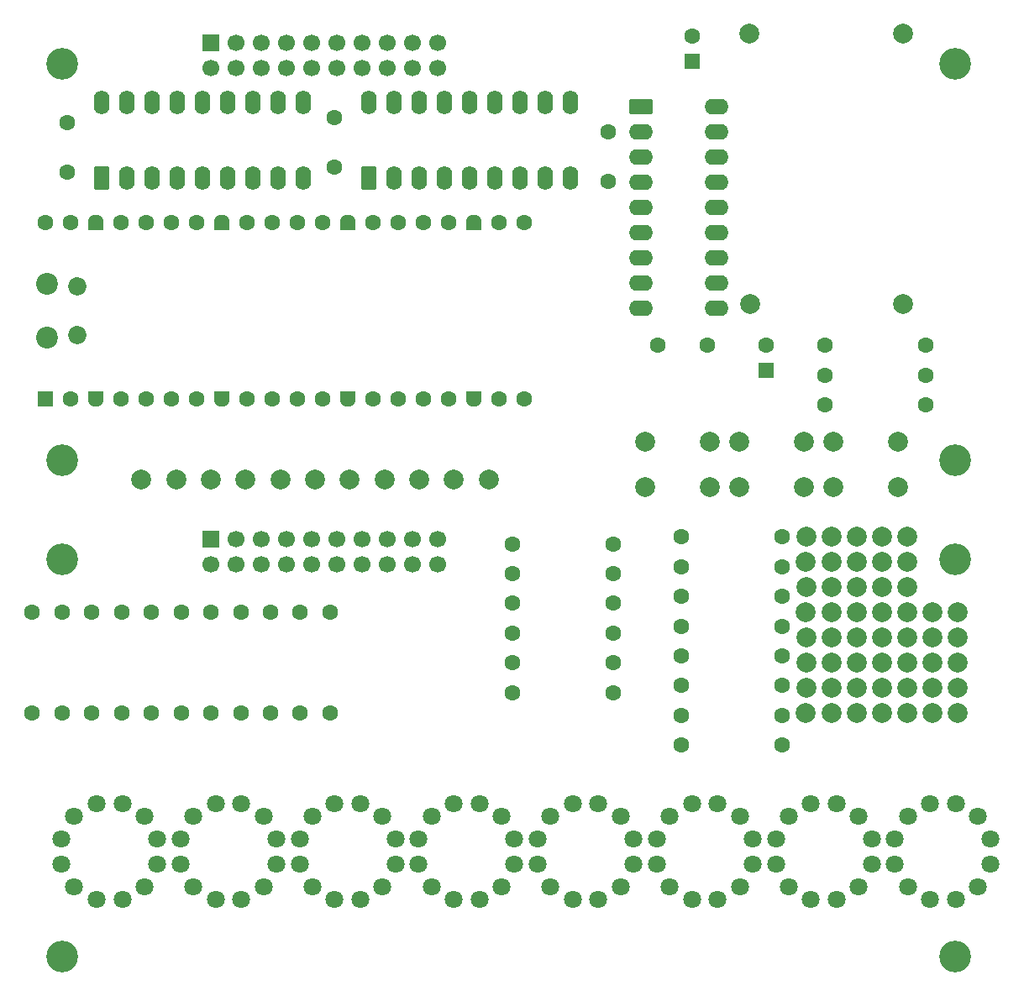
<source format=gbr>
%TF.GenerationSoftware,KiCad,Pcbnew,9.0.3*%
%TF.CreationDate,2025-09-07T22:44:02+09:00*%
%TF.ProjectId,VFD__,56464442-082e-46b6-9963-61645f706362,rev?*%
%TF.SameCoordinates,Original*%
%TF.FileFunction,Soldermask,Bot*%
%TF.FilePolarity,Negative*%
%FSLAX46Y46*%
G04 Gerber Fmt 4.6, Leading zero omitted, Abs format (unit mm)*
G04 Created by KiCad (PCBNEW 9.0.3) date 2025-09-07 22:44:02*
%MOMM*%
%LPD*%
G01*
G04 APERTURE LIST*
G04 Aperture macros list*
%AMRoundRect*
0 Rectangle with rounded corners*
0 $1 Rounding radius*
0 $2 $3 $4 $5 $6 $7 $8 $9 X,Y pos of 4 corners*
0 Add a 4 corners polygon primitive as box body*
4,1,4,$2,$3,$4,$5,$6,$7,$8,$9,$2,$3,0*
0 Add four circle primitives for the rounded corners*
1,1,$1+$1,$2,$3*
1,1,$1+$1,$4,$5*
1,1,$1+$1,$6,$7*
1,1,$1+$1,$8,$9*
0 Add four rect primitives between the rounded corners*
20,1,$1+$1,$2,$3,$4,$5,0*
20,1,$1+$1,$4,$5,$6,$7,0*
20,1,$1+$1,$6,$7,$8,$9,0*
20,1,$1+$1,$8,$9,$2,$3,0*%
%AMFreePoly0*
4,1,37,0.603843,0.796157,0.639018,0.796157,0.711114,0.766294,0.766294,0.711114,0.796157,0.639018,0.796157,0.603843,0.800000,0.600000,0.800000,-0.600000,0.796157,-0.603843,0.796157,-0.639018,0.766294,-0.711114,0.711114,-0.766294,0.639018,-0.796157,0.603843,-0.796157,0.600000,-0.800000,0.000000,-0.800000,0.000000,-0.796148,-0.078414,-0.796148,-0.232228,-0.765552,-0.377117,-0.705537,
-0.507515,-0.618408,-0.618408,-0.507515,-0.705537,-0.377117,-0.765552,-0.232228,-0.796148,-0.078414,-0.796148,0.078414,-0.765552,0.232228,-0.705537,0.377117,-0.618408,0.507515,-0.507515,0.618408,-0.377117,0.705537,-0.232228,0.765552,-0.078414,0.796148,0.000000,0.796148,0.000000,0.800000,0.600000,0.800000,0.603843,0.796157,0.603843,0.796157,$1*%
%AMFreePoly1*
4,1,37,0.000000,0.796148,0.078414,0.796148,0.232228,0.765552,0.377117,0.705537,0.507515,0.618408,0.618408,0.507515,0.705537,0.377117,0.765552,0.232228,0.796148,0.078414,0.796148,-0.078414,0.765552,-0.232228,0.705537,-0.377117,0.618408,-0.507515,0.507515,-0.618408,0.377117,-0.705537,0.232228,-0.765552,0.078414,-0.796148,0.000000,-0.796148,0.000000,-0.800000,-0.600000,-0.800000,
-0.603843,-0.796157,-0.639018,-0.796157,-0.711114,-0.766294,-0.766294,-0.711114,-0.796157,-0.639018,-0.796157,-0.603843,-0.800000,-0.600000,-0.800000,0.600000,-0.796157,0.603843,-0.796157,0.639018,-0.766294,0.711114,-0.711114,0.766294,-0.639018,0.796157,-0.603843,0.796157,-0.600000,0.800000,0.000000,0.800000,0.000000,0.796148,0.000000,0.796148,$1*%
G04 Aperture macros list end*
%ADD10C,1.800000*%
%ADD11C,2.000000*%
%ADD12C,3.200000*%
%ADD13C,1.600000*%
%ADD14RoundRect,0.250000X0.550000X-0.950000X0.550000X0.950000X-0.550000X0.950000X-0.550000X-0.950000X0*%
%ADD15O,1.600000X2.400000*%
%ADD16R,1.700000X1.700000*%
%ADD17C,1.700000*%
%ADD18RoundRect,0.250000X0.550000X-0.550000X0.550000X0.550000X-0.550000X0.550000X-0.550000X-0.550000X0*%
%ADD19RoundRect,0.250000X-0.950000X-0.550000X0.950000X-0.550000X0.950000X0.550000X-0.950000X0.550000X0*%
%ADD20O,2.400000X1.600000*%
%ADD21C,2.200000*%
%ADD22C,1.850000*%
%ADD23RoundRect,0.200000X0.600000X-0.600000X0.600000X0.600000X-0.600000X0.600000X-0.600000X-0.600000X0*%
%ADD24FreePoly0,90.000000*%
%ADD25FreePoly1,90.000000*%
G04 APERTURE END LIST*
D10*
%TO.C,Q8*%
X194096629Y-110740439D03*
X192802534Y-115570068D03*
X187972905Y-116864163D03*
X194096629Y-113328629D03*
X190561095Y-107204905D03*
X192802534Y-108499000D03*
X185731466Y-115570068D03*
X184437371Y-113328629D03*
X190561095Y-116864163D03*
X184437371Y-110740439D03*
X185731466Y-108499000D03*
X187972905Y-107204905D03*
%TD*%
%TO.C,Q7*%
X182096629Y-110740439D03*
X180802534Y-115570068D03*
X175972905Y-116864163D03*
X182096629Y-113328629D03*
X178561095Y-107204905D03*
X180802534Y-108499000D03*
X173731466Y-115570068D03*
X172437371Y-113328629D03*
X178561095Y-116864163D03*
X172437371Y-110740439D03*
X173731466Y-108499000D03*
X175972905Y-107204905D03*
%TD*%
%TO.C,Q6*%
X170096629Y-110740439D03*
X168802534Y-115570068D03*
X163972905Y-116864163D03*
X170096629Y-113328629D03*
X166561095Y-107204905D03*
X168802534Y-108499000D03*
X161731466Y-115570068D03*
X160437371Y-113328629D03*
X166561095Y-116864163D03*
X160437371Y-110740439D03*
X161731466Y-108499000D03*
X163972905Y-107204905D03*
%TD*%
%TO.C,Q5*%
X158096629Y-110740439D03*
X156802534Y-115570068D03*
X151972905Y-116864163D03*
X158096629Y-113328629D03*
X154561095Y-107204905D03*
X156802534Y-108499000D03*
X149731466Y-115570068D03*
X148437371Y-113328629D03*
X154561095Y-116864163D03*
X148437371Y-110740439D03*
X149731466Y-108499000D03*
X151972905Y-107204905D03*
%TD*%
%TO.C,Q4*%
X146096629Y-110740439D03*
X144802534Y-115570068D03*
X139972905Y-116864163D03*
X146096629Y-113328629D03*
X142561095Y-107204905D03*
X144802534Y-108499000D03*
X137731466Y-115570068D03*
X136437371Y-113328629D03*
X142561095Y-116864163D03*
X136437371Y-110740439D03*
X137731466Y-108499000D03*
X139972905Y-107204905D03*
%TD*%
%TO.C,Q3*%
X134096629Y-110740439D03*
X132802534Y-115570068D03*
X127972905Y-116864163D03*
X134096629Y-113328629D03*
X130561095Y-107204905D03*
X132802534Y-108499000D03*
X125731466Y-115570068D03*
X124437371Y-113328629D03*
X130561095Y-116864163D03*
X124437371Y-110740439D03*
X125731466Y-108499000D03*
X127972905Y-107204905D03*
%TD*%
%TO.C,Q2*%
X122096629Y-110740439D03*
X120802534Y-115570068D03*
X115972905Y-116864163D03*
X122096629Y-113328629D03*
X118561095Y-107204905D03*
X120802534Y-108499000D03*
X113731466Y-115570068D03*
X112437371Y-113328629D03*
X118561095Y-116864163D03*
X112437371Y-110740439D03*
X113731466Y-108499000D03*
X115972905Y-107204905D03*
%TD*%
%TO.C,Q1*%
X110096629Y-110740439D03*
X108802534Y-115570068D03*
X103972905Y-116864163D03*
X110096629Y-113328629D03*
X106561095Y-107204905D03*
X108802534Y-108499000D03*
X101731466Y-115570068D03*
X100437371Y-113328629D03*
X106561095Y-116864163D03*
X100437371Y-110740439D03*
X101731466Y-108499000D03*
X103972905Y-107204905D03*
%TD*%
D11*
%TO.C,TP30*%
X185240580Y-29539030D03*
%TD*%
%TO.C,TP31*%
X169802444Y-29524300D03*
%TD*%
D12*
%TO.C,H6*%
X100500000Y-122600000D03*
%TD*%
D11*
%TO.C,TP51*%
X180594000Y-90424000D03*
%TD*%
%TO.C,TP7*%
X143500000Y-74500000D03*
%TD*%
D13*
%TO.C,R20*%
X162920000Y-86300000D03*
X173080000Y-86300000D03*
%TD*%
D11*
%TO.C,TP58*%
X183134000Y-85344000D03*
%TD*%
%TO.C,TP11*%
X112000000Y-74500000D03*
%TD*%
D14*
%TO.C,U1*%
X104520000Y-44120000D03*
D15*
X107060000Y-44120000D03*
X109600000Y-44120000D03*
X112140000Y-44120000D03*
X114680000Y-44120000D03*
X117220000Y-44120000D03*
X119760000Y-44120000D03*
X122300000Y-44120000D03*
X124840000Y-44120000D03*
X124840000Y-36500000D03*
X122300000Y-36500000D03*
X119760000Y-36500000D03*
X117220000Y-36500000D03*
X114680000Y-36500000D03*
X112140000Y-36500000D03*
X109600000Y-36500000D03*
X107060000Y-36500000D03*
X104520000Y-36500000D03*
%TD*%
D11*
%TO.C,TP47*%
X190754000Y-92964000D03*
%TD*%
D13*
%TO.C,R27*%
X187580000Y-64008000D03*
X177420000Y-64008000D03*
%TD*%
D11*
%TO.C,TP39*%
X178054000Y-82804000D03*
%TD*%
%TO.C,TP23*%
X175514000Y-85344000D03*
%TD*%
D12*
%TO.C,H7*%
X190500000Y-82600000D03*
%TD*%
D11*
%TO.C,TP14*%
X178054000Y-80264000D03*
%TD*%
%TO.C,TP53*%
X183134000Y-95504000D03*
%TD*%
%TO.C,TP34*%
X169818349Y-56818855D03*
%TD*%
D13*
%TO.C,C7*%
X155500000Y-44500000D03*
X155500000Y-39500000D03*
%TD*%
%TO.C,R17*%
X103500000Y-98080000D03*
X103500000Y-87920000D03*
%TD*%
%TO.C,R14*%
X145920000Y-87000000D03*
X156080000Y-87000000D03*
%TD*%
D11*
%TO.C,TP6*%
X140000000Y-74500000D03*
%TD*%
%TO.C,TP13*%
X175514000Y-80264000D03*
%TD*%
D13*
%TO.C,R12*%
X145920000Y-84000000D03*
X156080000Y-84000000D03*
%TD*%
D11*
%TO.C,TP60*%
X183134000Y-90424000D03*
%TD*%
%TO.C,TP67*%
X185674000Y-85344000D03*
%TD*%
D12*
%TO.C,H5*%
X100500000Y-82600000D03*
%TD*%
D11*
%TO.C,TP26*%
X175514000Y-92964000D03*
%TD*%
%TO.C,TP28*%
X178054000Y-98044000D03*
%TD*%
D13*
%TO.C,R28*%
X187580000Y-61000000D03*
X177420000Y-61000000D03*
%TD*%
%TO.C,R19*%
X162920000Y-83300000D03*
X173080000Y-83300000D03*
%TD*%
D11*
%TO.C,TP61*%
X183134000Y-92964000D03*
%TD*%
D12*
%TO.C,H8*%
X190500000Y-122600000D03*
%TD*%
D11*
%TO.C,TP10*%
X119000000Y-74500000D03*
%TD*%
D16*
%TO.C,J2*%
X115500000Y-30500000D03*
D17*
X115500000Y-33040000D03*
X118040000Y-30500000D03*
X118040000Y-33040000D03*
X120580000Y-30500000D03*
X120580000Y-33040000D03*
X123120000Y-30500000D03*
X123120000Y-33040000D03*
X125660000Y-30500000D03*
X125660000Y-33040000D03*
X128200000Y-30500000D03*
X128200000Y-33040000D03*
X130740000Y-30500000D03*
X130740000Y-33040000D03*
X133280000Y-30500000D03*
X133280000Y-33040000D03*
X135820000Y-30500000D03*
X135820000Y-33040000D03*
X138360000Y-30500000D03*
X138360000Y-33040000D03*
%TD*%
D13*
%TO.C,Rr2*%
X106500000Y-98080000D03*
X106500000Y-87920000D03*
%TD*%
%TO.C,R13*%
X109500000Y-98080000D03*
X109500000Y-87920000D03*
%TD*%
D12*
%TO.C,H3*%
X190500000Y-32600000D03*
%TD*%
D11*
%TO.C,TP36*%
X185250771Y-56858351D03*
%TD*%
D13*
%TO.C,C5*%
X127960000Y-43000000D03*
X127960000Y-38000000D03*
%TD*%
D11*
%TO.C,TP12*%
X115500000Y-74500000D03*
%TD*%
%TO.C,TP21*%
X190754000Y-98044000D03*
%TD*%
%TO.C,TP5*%
X136500000Y-74500000D03*
%TD*%
D13*
%TO.C,R7*%
X121500000Y-98080000D03*
X121500000Y-87920000D03*
%TD*%
D11*
%TO.C,TP20*%
X188214000Y-98044000D03*
%TD*%
%TO.C,TP22*%
X175452000Y-82804000D03*
%TD*%
%TO.C,TP42*%
X178054000Y-90424000D03*
%TD*%
%TO.C,TP55*%
X188214000Y-90424000D03*
%TD*%
D13*
%TO.C,R11*%
X115500000Y-98080000D03*
X115500000Y-87920000D03*
%TD*%
D11*
%TO.C,TP43*%
X178054000Y-92964000D03*
%TD*%
D12*
%TO.C,H1*%
X100500000Y-32600000D03*
%TD*%
D11*
%TO.C,TP57*%
X183134000Y-82804000D03*
%TD*%
%TO.C,TP48*%
X180594000Y-82804000D03*
%TD*%
%TO.C,TP69*%
X185674000Y-90424000D03*
%TD*%
%TO.C,TP9*%
X122500000Y-74500000D03*
%TD*%
D12*
%TO.C,H2*%
X100500000Y-72600000D03*
%TD*%
D13*
%TO.C,R18*%
X162920000Y-80300000D03*
X173080000Y-80300000D03*
%TD*%
%TO.C,R25*%
X162920000Y-101300000D03*
X173080000Y-101300000D03*
%TD*%
D18*
%TO.C,C2*%
X164000206Y-32336531D03*
D13*
X164000206Y-29836531D03*
%TD*%
D11*
%TO.C,TP25*%
X175514000Y-90424000D03*
%TD*%
D13*
%TO.C,R22*%
X162920000Y-92300000D03*
X173080000Y-92300000D03*
%TD*%
D11*
%TO.C,TP41*%
X178054000Y-87884000D03*
%TD*%
D13*
%TO.C,R6*%
X97500000Y-98080000D03*
X97500000Y-87920000D03*
%TD*%
%TO.C,R3*%
X127500000Y-98080000D03*
X127500000Y-87920000D03*
%TD*%
D11*
%TO.C,TP70*%
X185674000Y-92964000D03*
%TD*%
%TO.C,TP63*%
X185674000Y-98044000D03*
%TD*%
D13*
%TO.C,R10*%
X145920000Y-81000000D03*
X156080000Y-81000000D03*
%TD*%
D11*
%TO.C,TP24*%
X175452000Y-87884000D03*
%TD*%
%TO.C,TP19*%
X175452000Y-98044000D03*
%TD*%
%TO.C,TP37*%
X188214000Y-95504000D03*
%TD*%
D13*
%TO.C,C6*%
X160500000Y-61000000D03*
X165500000Y-61000000D03*
%TD*%
D11*
%TO.C,TP3*%
X129500000Y-74500000D03*
%TD*%
%TO.C,TP59*%
X183134000Y-87884000D03*
%TD*%
D13*
%TO.C,R23*%
X162920000Y-95300000D03*
X173080000Y-95300000D03*
%TD*%
D11*
%TO.C,TP40*%
X178054000Y-85344000D03*
%TD*%
%TO.C,TP54*%
X183134000Y-98044000D03*
%TD*%
%TO.C,TP65*%
X190754000Y-87884000D03*
%TD*%
%TO.C,TP68*%
X185674000Y-87884000D03*
%TD*%
%TO.C,TP56*%
X190754000Y-90424000D03*
%TD*%
%TO.C,TP38*%
X190754000Y-95504000D03*
%TD*%
%TO.C,TP50*%
X180594000Y-87884000D03*
%TD*%
%TO.C,TP2*%
X126000000Y-74500000D03*
%TD*%
D18*
%TO.C,C1*%
X171500000Y-63500000D03*
D13*
X171500000Y-61000000D03*
%TD*%
%TO.C,R26*%
X187580000Y-67000000D03*
X177420000Y-67000000D03*
%TD*%
D11*
%TO.C,SW4*%
X165750000Y-75250000D03*
X159250000Y-75250000D03*
X165750000Y-70750000D03*
X159250000Y-70750000D03*
%TD*%
%TO.C,TP62*%
X185674000Y-95504000D03*
%TD*%
%TO.C,TP49*%
X180594000Y-85344000D03*
%TD*%
%TO.C,TP52*%
X180594000Y-92964000D03*
%TD*%
D13*
%TO.C,C4*%
X101000000Y-38500000D03*
X101000000Y-43500000D03*
%TD*%
D11*
%TO.C,TP45*%
X180594000Y-98044000D03*
%TD*%
%TO.C,SW2*%
X184750000Y-75250000D03*
X178250000Y-75250000D03*
X184750000Y-70750000D03*
X178250000Y-70750000D03*
%TD*%
D13*
%TO.C,R4*%
X145920000Y-93000000D03*
X156080000Y-93000000D03*
%TD*%
%TO.C,R2*%
X145920000Y-90000000D03*
X156080000Y-90000000D03*
%TD*%
D11*
%TO.C,SW3*%
X175250000Y-75250000D03*
X168750000Y-75250000D03*
X175250000Y-70750000D03*
X168750000Y-70750000D03*
%TD*%
D13*
%TO.C,R8*%
X100500000Y-98080000D03*
X100500000Y-87920000D03*
%TD*%
%TO.C,R21*%
X162920000Y-89300000D03*
X173080000Y-89300000D03*
%TD*%
%TO.C,R9*%
X112500000Y-98080000D03*
X112500000Y-87920000D03*
%TD*%
D11*
%TO.C,TP16*%
X183134000Y-80264000D03*
%TD*%
D13*
%TO.C,R1*%
X124500000Y-98080000D03*
X124500000Y-87920000D03*
%TD*%
D11*
%TO.C,TP64*%
X188214000Y-87884000D03*
%TD*%
D16*
%TO.C,J3*%
X115500000Y-80500000D03*
D17*
X115500000Y-83040000D03*
X118040000Y-80500000D03*
X118040000Y-83040000D03*
X120580000Y-80500000D03*
X120580000Y-83040000D03*
X123120000Y-80500000D03*
X123120000Y-83040000D03*
X125660000Y-80500000D03*
X125660000Y-83040000D03*
X128200000Y-80500000D03*
X128200000Y-83040000D03*
X130740000Y-80500000D03*
X130740000Y-83040000D03*
X133280000Y-80500000D03*
X133280000Y-83040000D03*
X135820000Y-80500000D03*
X135820000Y-83040000D03*
X138360000Y-80500000D03*
X138360000Y-83040000D03*
%TD*%
D11*
%TO.C,TP44*%
X180594000Y-95504000D03*
%TD*%
%TO.C,TP4*%
X133000000Y-74500000D03*
%TD*%
D14*
%TO.C,U3*%
X131420000Y-44120000D03*
D15*
X133960000Y-44120000D03*
X136500000Y-44120000D03*
X139040000Y-44120000D03*
X141580000Y-44120000D03*
X144120000Y-44120000D03*
X146660000Y-44120000D03*
X149200000Y-44120000D03*
X151740000Y-44120000D03*
X151740000Y-36500000D03*
X149200000Y-36500000D03*
X146660000Y-36500000D03*
X144120000Y-36500000D03*
X141580000Y-36500000D03*
X139040000Y-36500000D03*
X136500000Y-36500000D03*
X133960000Y-36500000D03*
X131420000Y-36500000D03*
%TD*%
D11*
%TO.C,TP15*%
X180594000Y-80264000D03*
%TD*%
D13*
%TO.C,R24*%
X162920000Y-98300000D03*
X173080000Y-98300000D03*
%TD*%
%TO.C,R16*%
X145920000Y-96000000D03*
X156080000Y-96000000D03*
%TD*%
D19*
%TO.C,U2*%
X158880000Y-36920000D03*
D20*
X158880000Y-39460000D03*
X158880000Y-42000000D03*
X158880000Y-44540000D03*
X158880000Y-47080000D03*
X158880000Y-49620000D03*
X158880000Y-52160000D03*
X158880000Y-54700000D03*
X158880000Y-57240000D03*
X166500000Y-57240000D03*
X166500000Y-54700000D03*
X166500000Y-52160000D03*
X166500000Y-49620000D03*
X166500000Y-47080000D03*
X166500000Y-44540000D03*
X166500000Y-42000000D03*
X166500000Y-39460000D03*
X166500000Y-36920000D03*
%TD*%
D11*
%TO.C,TP17*%
X185674000Y-80264000D03*
%TD*%
D12*
%TO.C,H4*%
X190500000Y-72600000D03*
%TD*%
D11*
%TO.C,TP18*%
X175514000Y-95504000D03*
%TD*%
%TO.C,TP46*%
X188214000Y-92964000D03*
%TD*%
D13*
%TO.C,R5*%
X118500000Y-98080000D03*
X118500000Y-87920000D03*
%TD*%
D11*
%TO.C,TP27*%
X178054000Y-95504000D03*
%TD*%
%TO.C,TP66*%
X185674000Y-82804000D03*
%TD*%
%TO.C,TP8*%
X108500000Y-74500000D03*
%TD*%
D21*
%TO.C,A1*%
X98970000Y-60225000D03*
D22*
X102000000Y-59925000D03*
X102000000Y-55075000D03*
D21*
X98970000Y-54775000D03*
D23*
X98840000Y-66390000D03*
D13*
X101380000Y-66390000D03*
D24*
X103920000Y-66390000D03*
D13*
X106460000Y-66390000D03*
X109000000Y-66390000D03*
X111540000Y-66390000D03*
X114080000Y-66390000D03*
D24*
X116620000Y-66390000D03*
D13*
X119160000Y-66390000D03*
X121700000Y-66390000D03*
X124240000Y-66390000D03*
X126780000Y-66390000D03*
D24*
X129320000Y-66390000D03*
D13*
X131860000Y-66390000D03*
X134400000Y-66390000D03*
X136940000Y-66390000D03*
X139480000Y-66390000D03*
D24*
X142020000Y-66390000D03*
D13*
X144560000Y-66390000D03*
X147100000Y-66390000D03*
X147100000Y-48610000D03*
X144560000Y-48610000D03*
D25*
X142020000Y-48610000D03*
D13*
X139480000Y-48610000D03*
X136940000Y-48610000D03*
X134400000Y-48610000D03*
X131860000Y-48610000D03*
D25*
X129320000Y-48610000D03*
D13*
X126780000Y-48610000D03*
X124240000Y-48610000D03*
X121700000Y-48610000D03*
X119160000Y-48610000D03*
D25*
X116620000Y-48610000D03*
D13*
X114080000Y-48610000D03*
X111540000Y-48610000D03*
X109000000Y-48610000D03*
X106460000Y-48610000D03*
D25*
X103920000Y-48610000D03*
D13*
X101380000Y-48610000D03*
X98840000Y-48610000D03*
%TD*%
M02*

</source>
